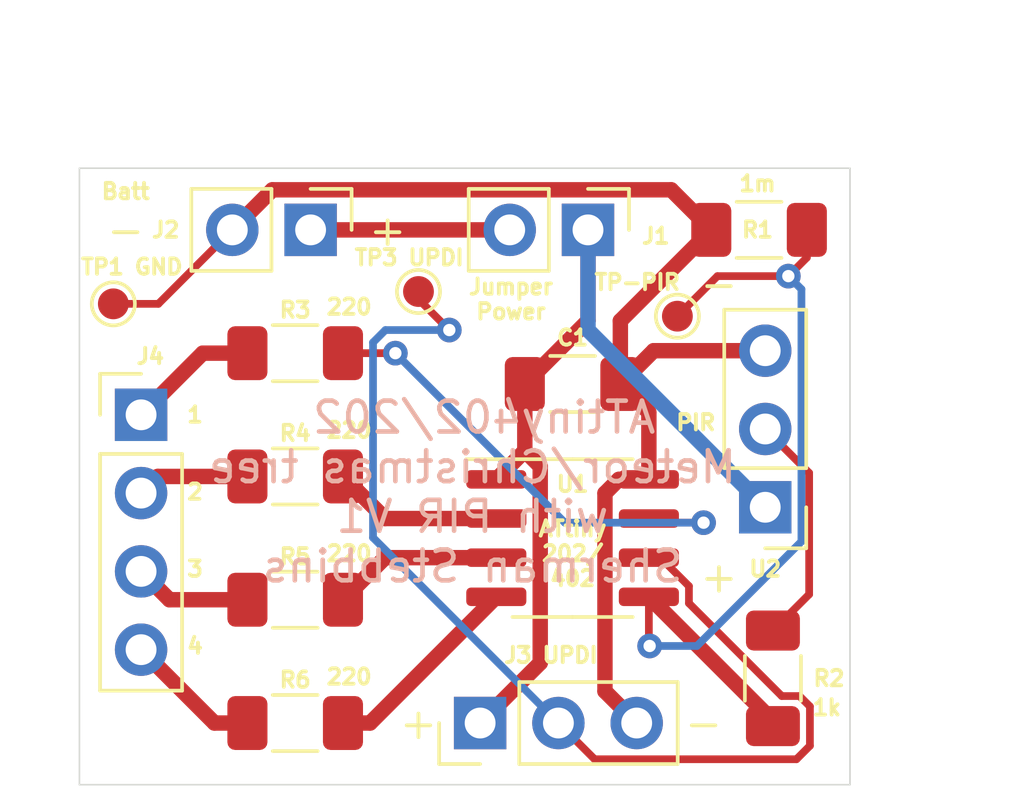
<source format=kicad_pcb>
(kicad_pcb (version 20171130) (host pcbnew "(5.1.12)-1")

  (general
    (thickness 1.6)
    (drawings 27)
    (tracks 80)
    (zones 0)
    (modules 16)
    (nets 15)
  )

  (page A4)
  (layers
    (0 F.Cu signal)
    (31 B.Cu signal)
    (32 B.Adhes user)
    (33 F.Adhes user)
    (34 B.Paste user)
    (35 F.Paste user)
    (36 B.SilkS user)
    (37 F.SilkS user)
    (38 B.Mask user)
    (39 F.Mask user)
    (40 Dwgs.User user)
    (41 Cmts.User user)
    (42 Eco1.User user)
    (43 Eco2.User user)
    (44 Edge.Cuts user)
    (45 Margin user)
    (46 B.CrtYd user)
    (47 F.CrtYd user)
    (48 B.Fab user)
    (49 F.Fab user)
  )

  (setup
    (last_trace_width 0.25)
    (user_trace_width 0.5)
    (trace_clearance 0.2)
    (zone_clearance 0.508)
    (zone_45_only no)
    (trace_min 0.2)
    (via_size 0.8)
    (via_drill 0.4)
    (via_min_size 0.4)
    (via_min_drill 0.3)
    (uvia_size 0.3)
    (uvia_drill 0.1)
    (uvias_allowed no)
    (uvia_min_size 0.2)
    (uvia_min_drill 0.1)
    (edge_width 0.05)
    (segment_width 0.2)
    (pcb_text_width 0.3)
    (pcb_text_size 1.5 1.5)
    (mod_edge_width 0.12)
    (mod_text_size 1 1)
    (mod_text_width 0.15)
    (pad_size 1.524 1.524)
    (pad_drill 0.762)
    (pad_to_mask_clearance 0)
    (aux_axis_origin 0 0)
    (visible_elements 7FFFFFFF)
    (pcbplotparams
      (layerselection 0x010fc_ffffffff)
      (usegerberextensions false)
      (usegerberattributes true)
      (usegerberadvancedattributes true)
      (creategerberjobfile true)
      (excludeedgelayer true)
      (linewidth 0.100000)
      (plotframeref false)
      (viasonmask false)
      (mode 1)
      (useauxorigin false)
      (hpglpennumber 1)
      (hpglpenspeed 20)
      (hpglpendiameter 15.000000)
      (psnegative false)
      (psa4output false)
      (plotreference true)
      (plotvalue true)
      (plotinvisibletext false)
      (padsonsilk false)
      (subtractmaskfromsilk false)
      (outputformat 1)
      (mirror false)
      (drillshape 1)
      (scaleselection 1)
      (outputdirectory ""))
  )

  (net 0 "")
  (net 1 GND)
  (net 2 VCC)
  (net 3 "Net-(J1-Pad2)")
  (net 4 "Net-(J3-Pad2)")
  (net 5 "Net-(J4-Pad4)")
  (net 6 "Net-(J4-Pad3)")
  (net 7 "Net-(J4-Pad2)")
  (net 8 "Net-(J4-Pad1)")
  (net 9 "Net-(R1-Pad1)")
  (net 10 "Net-(R2-Pad1)")
  (net 11 PA3)
  (net 12 PA6)
  (net 13 PA7)
  (net 14 PA1)

  (net_class Default "This is the default net class."
    (clearance 0.2)
    (trace_width 0.25)
    (via_dia 0.8)
    (via_drill 0.4)
    (uvia_dia 0.3)
    (uvia_drill 0.1)
    (add_net GND)
    (add_net "Net-(J1-Pad2)")
    (add_net "Net-(J3-Pad2)")
    (add_net "Net-(J4-Pad1)")
    (add_net "Net-(J4-Pad2)")
    (add_net "Net-(J4-Pad3)")
    (add_net "Net-(J4-Pad4)")
    (add_net "Net-(R1-Pad1)")
    (add_net "Net-(R2-Pad1)")
    (add_net PA1)
    (add_net PA3)
    (add_net PA6)
    (add_net PA7)
    (add_net VCC)
  )

  (module TestPoint:TestPoint_Pad_D1.0mm (layer F.Cu) (tedit 5A0F774F) (tstamp 624E00DA)
    (at 131 84)
    (descr "SMD pad as test Point, diameter 1.0mm")
    (tags "test point SMD pad")
    (path /624E476C)
    (attr virtual)
    (fp_text reference "TP3 UPDI" (at -0.3 -1.1) (layer F.SilkS)
      (effects (font (size 0.5 0.5) (thickness 0.125)))
    )
    (fp_text value TestPoint (at 0 1.55) (layer F.Fab)
      (effects (font (size 1 1) (thickness 0.15)))
    )
    (fp_text user %R (at 0 -1.45) (layer F.Fab)
      (effects (font (size 1 1) (thickness 0.15)))
    )
    (fp_circle (center 0 0) (end 1 0) (layer F.CrtYd) (width 0.05))
    (fp_circle (center 0 0) (end 0 0.7) (layer F.SilkS) (width 0.12))
    (pad 1 smd circle (at 0 0) (size 1 1) (layers F.Cu F.Mask)
      (net 4 "Net-(J3-Pad2)"))
  )

  (module TestPoint:TestPoint_Pad_D1.0mm (layer F.Cu) (tedit 5A0F774F) (tstamp 624E00D2)
    (at 139.4 84.8)
    (descr "SMD pad as test Point, diameter 1.0mm")
    (tags "test point SMD pad")
    (path /624E5028)
    (attr virtual)
    (fp_text reference TP-PIR (at -1.3 -1.1) (layer F.SilkS)
      (effects (font (size 0.5 0.5) (thickness 0.125)))
    )
    (fp_text value TestPoint (at 0 1.55) (layer F.Fab)
      (effects (font (size 1 1) (thickness 0.15)))
    )
    (fp_text user %R (at -2.6 -0.2) (layer F.Fab)
      (effects (font (size 1 1) (thickness 0.15)))
    )
    (fp_circle (center 0 0) (end 1 0) (layer F.CrtYd) (width 0.05))
    (fp_circle (center 0 0) (end 0 0.7) (layer F.SilkS) (width 0.12))
    (pad 1 smd circle (at 0 0) (size 1 1) (layers F.Cu F.Mask)
      (net 9 "Net-(R1-Pad1)"))
  )

  (module TestPoint:TestPoint_Pad_D1.0mm (layer F.Cu) (tedit 5A0F774F) (tstamp 624E01EE)
    (at 121.1 84.4)
    (descr "SMD pad as test Point, diameter 1.0mm")
    (tags "test point SMD pad")
    (path /624E7138)
    (attr virtual)
    (fp_text reference "TP1 GND" (at 0.6 -1.2) (layer F.SilkS)
      (effects (font (size 0.5 0.5) (thickness 0.125)))
    )
    (fp_text value TestPoint (at 0 1.55) (layer F.Fab)
      (effects (font (size 1 1) (thickness 0.15)))
    )
    (fp_text user %R (at 0 -1.45) (layer F.Fab)
      (effects (font (size 1 1) (thickness 0.15)))
    )
    (fp_circle (center 0 0) (end 1 0) (layer F.CrtYd) (width 0.05))
    (fp_circle (center 0 0) (end 0 0.7) (layer F.SilkS) (width 0.12))
    (pad 1 smd circle (at 0 0) (size 1 1) (layers F.Cu F.Mask)
      (net 1 GND))
  )

  (module Connector_PinHeader_2.54mm:PinHeader_1x03_P2.54mm_Vertical (layer F.Cu) (tedit 59FED5CC) (tstamp 624D327D)
    (at 142.25 91 180)
    (descr "Through hole straight pin header, 1x03, 2.54mm pitch, single row")
    (tags "Through hole pin header THT 1x03 2.54mm single row")
    (path /624BB7F4)
    (fp_text reference U2 (at 0 -2) (layer F.SilkS)
      (effects (font (size 0.5 0.5) (thickness 0.125)))
    )
    (fp_text value SC0322-PIR (at 0 7.41) (layer F.Fab)
      (effects (font (size 1 1) (thickness 0.15)))
    )
    (fp_line (start 1.8 -1.8) (end -1.8 -1.8) (layer F.CrtYd) (width 0.05))
    (fp_line (start 1.8 6.85) (end 1.8 -1.8) (layer F.CrtYd) (width 0.05))
    (fp_line (start -1.8 6.85) (end 1.8 6.85) (layer F.CrtYd) (width 0.05))
    (fp_line (start -1.8 -1.8) (end -1.8 6.85) (layer F.CrtYd) (width 0.05))
    (fp_line (start -1.33 -1.33) (end 0 -1.33) (layer F.SilkS) (width 0.12))
    (fp_line (start -1.33 0) (end -1.33 -1.33) (layer F.SilkS) (width 0.12))
    (fp_line (start -1.33 1.27) (end 1.33 1.27) (layer F.SilkS) (width 0.12))
    (fp_line (start 1.33 1.27) (end 1.33 6.41) (layer F.SilkS) (width 0.12))
    (fp_line (start -1.33 1.27) (end -1.33 6.41) (layer F.SilkS) (width 0.12))
    (fp_line (start -1.33 6.41) (end 1.33 6.41) (layer F.SilkS) (width 0.12))
    (fp_line (start -1.27 -0.635) (end -0.635 -1.27) (layer F.Fab) (width 0.1))
    (fp_line (start -1.27 6.35) (end -1.27 -0.635) (layer F.Fab) (width 0.1))
    (fp_line (start 1.27 6.35) (end -1.27 6.35) (layer F.Fab) (width 0.1))
    (fp_line (start 1.27 -1.27) (end 1.27 6.35) (layer F.Fab) (width 0.1))
    (fp_line (start -0.635 -1.27) (end 1.27 -1.27) (layer F.Fab) (width 0.1))
    (fp_text user %R (at 0 2.54 90) (layer F.Fab)
      (effects (font (size 1 1) (thickness 0.15)))
    )
    (pad 3 thru_hole oval (at 0 5.08 180) (size 1.7 1.7) (drill 1) (layers *.Cu *.Mask)
      (net 1 GND))
    (pad 2 thru_hole oval (at 0 2.54 180) (size 1.7 1.7) (drill 1) (layers *.Cu *.Mask)
      (net 10 "Net-(R2-Pad1)"))
    (pad 1 thru_hole rect (at 0 0 180) (size 1.7 1.7) (drill 1) (layers *.Cu *.Mask)
      (net 2 VCC))
    (model ${KISYS3DMOD}/Connector_PinHeader_2.54mm.3dshapes/PinHeader_1x03_P2.54mm_Vertical.wrl
      (at (xyz 0 0 0))
      (scale (xyz 1 1 1))
      (rotate (xyz 0 0 0))
    )
  )

  (module Package_SO:SOIC-8_3.9x4.9mm_P1.27mm (layer F.Cu) (tedit 5D9F72B1) (tstamp 624D3266)
    (at 136 92)
    (descr "SOIC, 8 Pin (JEDEC MS-012AA, https://www.analog.com/media/en/package-pcb-resources/package/pkg_pdf/soic_narrow-r/r_8.pdf), generated with kicad-footprint-generator ipc_gullwing_generator.py")
    (tags "SOIC SO")
    (path /624BA8B7)
    (attr smd)
    (fp_text reference U1 (at 0 -1.75) (layer F.SilkS)
      (effects (font (size 0.5 0.5) (thickness 0.125)))
    )
    (fp_text value ATtiny402-SS (at 0 3.4) (layer F.Fab)
      (effects (font (size 1 1) (thickness 0.15)))
    )
    (fp_line (start 3.7 -2.7) (end -3.7 -2.7) (layer F.CrtYd) (width 0.05))
    (fp_line (start 3.7 2.7) (end 3.7 -2.7) (layer F.CrtYd) (width 0.05))
    (fp_line (start -3.7 2.7) (end 3.7 2.7) (layer F.CrtYd) (width 0.05))
    (fp_line (start -3.7 -2.7) (end -3.7 2.7) (layer F.CrtYd) (width 0.05))
    (fp_line (start -1.95 -1.475) (end -0.975 -2.45) (layer F.Fab) (width 0.1))
    (fp_line (start -1.95 2.45) (end -1.95 -1.475) (layer F.Fab) (width 0.1))
    (fp_line (start 1.95 2.45) (end -1.95 2.45) (layer F.Fab) (width 0.1))
    (fp_line (start 1.95 -2.45) (end 1.95 2.45) (layer F.Fab) (width 0.1))
    (fp_line (start -0.975 -2.45) (end 1.95 -2.45) (layer F.Fab) (width 0.1))
    (fp_line (start 0 -2.56) (end -3.45 -2.56) (layer F.SilkS) (width 0.12))
    (fp_line (start 0 -2.56) (end 1.95 -2.56) (layer F.SilkS) (width 0.12))
    (fp_line (start 0 2.56) (end -1.95 2.56) (layer F.SilkS) (width 0.12))
    (fp_line (start 0 2.56) (end 1.95 2.56) (layer F.SilkS) (width 0.12))
    (fp_text user %R (at 0 0) (layer F.Fab)
      (effects (font (size 0.98 0.98) (thickness 0.15)))
    )
    (pad 8 smd roundrect (at 2.475 -1.905) (size 1.95 0.6) (layers F.Cu F.Paste F.Mask) (roundrect_rratio 0.25)
      (net 1 GND))
    (pad 7 smd roundrect (at 2.475 -0.635) (size 1.95 0.6) (layers F.Cu F.Paste F.Mask) (roundrect_rratio 0.25)
      (net 11 PA3))
    (pad 6 smd roundrect (at 2.475 0.635) (size 1.95 0.6) (layers F.Cu F.Paste F.Mask) (roundrect_rratio 0.25)
      (net 4 "Net-(J3-Pad2)"))
    (pad 5 smd roundrect (at 2.475 1.905) (size 1.95 0.6) (layers F.Cu F.Paste F.Mask) (roundrect_rratio 0.25)
      (net 9 "Net-(R1-Pad1)"))
    (pad 4 smd roundrect (at -2.475 1.905) (size 1.95 0.6) (layers F.Cu F.Paste F.Mask) (roundrect_rratio 0.25)
      (net 14 PA1))
    (pad 3 smd roundrect (at -2.475 0.635) (size 1.95 0.6) (layers F.Cu F.Paste F.Mask) (roundrect_rratio 0.25)
      (net 13 PA7))
    (pad 2 smd roundrect (at -2.475 -0.635) (size 1.95 0.6) (layers F.Cu F.Paste F.Mask) (roundrect_rratio 0.25)
      (net 12 PA6))
    (pad 1 smd roundrect (at -2.475 -1.905) (size 1.95 0.6) (layers F.Cu F.Paste F.Mask) (roundrect_rratio 0.25)
      (net 2 VCC))
    (model ${KISYS3DMOD}/Package_SO.3dshapes/SOIC-8_3.9x4.9mm_P1.27mm.wrl
      (at (xyz 0 0 0))
      (scale (xyz 1 1 1))
      (rotate (xyz 0 0 0))
    )
  )

  (module Resistor_SMD:R_1206_3216Metric_Pad1.30x1.75mm_HandSolder (layer F.Cu) (tedit 5F68FEEE) (tstamp 624D324C)
    (at 127 98)
    (descr "Resistor SMD 1206 (3216 Metric), square (rectangular) end terminal, IPC_7351 nominal with elongated pad for handsoldering. (Body size source: IPC-SM-782 page 72, https://www.pcb-3d.com/wordpress/wp-content/uploads/ipc-sm-782a_amendment_1_and_2.pdf), generated with kicad-footprint-generator")
    (tags "resistor handsolder")
    (path /624BBF17)
    (attr smd)
    (fp_text reference R6 (at 0 -1.4) (layer F.SilkS)
      (effects (font (size 0.5 0.5) (thickness 0.125)))
    )
    (fp_text value 220 (at 0 1.82) (layer F.Fab)
      (effects (font (size 1 1) (thickness 0.15)))
    )
    (fp_line (start 2.45 1.12) (end -2.45 1.12) (layer F.CrtYd) (width 0.05))
    (fp_line (start 2.45 -1.12) (end 2.45 1.12) (layer F.CrtYd) (width 0.05))
    (fp_line (start -2.45 -1.12) (end 2.45 -1.12) (layer F.CrtYd) (width 0.05))
    (fp_line (start -2.45 1.12) (end -2.45 -1.12) (layer F.CrtYd) (width 0.05))
    (fp_line (start -0.727064 0.91) (end 0.727064 0.91) (layer F.SilkS) (width 0.12))
    (fp_line (start -0.727064 -0.91) (end 0.727064 -0.91) (layer F.SilkS) (width 0.12))
    (fp_line (start 1.6 0.8) (end -1.6 0.8) (layer F.Fab) (width 0.1))
    (fp_line (start 1.6 -0.8) (end 1.6 0.8) (layer F.Fab) (width 0.1))
    (fp_line (start -1.6 -0.8) (end 1.6 -0.8) (layer F.Fab) (width 0.1))
    (fp_line (start -1.6 0.8) (end -1.6 -0.8) (layer F.Fab) (width 0.1))
    (fp_text user %R (at 0 0) (layer F.Fab)
      (effects (font (size 0.8 0.8) (thickness 0.12)))
    )
    (pad 2 smd roundrect (at 1.55 0) (size 1.3 1.75) (layers F.Cu F.Paste F.Mask) (roundrect_rratio 0.192308)
      (net 14 PA1))
    (pad 1 smd roundrect (at -1.55 0) (size 1.3 1.75) (layers F.Cu F.Paste F.Mask) (roundrect_rratio 0.192308)
      (net 5 "Net-(J4-Pad4)"))
    (model ${KISYS3DMOD}/Resistor_SMD.3dshapes/R_1206_3216Metric.wrl
      (at (xyz 0 0 0))
      (scale (xyz 1 1 1))
      (rotate (xyz 0 0 0))
    )
  )

  (module Resistor_SMD:R_1206_3216Metric_Pad1.30x1.75mm_HandSolder (layer F.Cu) (tedit 5F68FEEE) (tstamp 624D323B)
    (at 127 94)
    (descr "Resistor SMD 1206 (3216 Metric), square (rectangular) end terminal, IPC_7351 nominal with elongated pad for handsoldering. (Body size source: IPC-SM-782 page 72, https://www.pcb-3d.com/wordpress/wp-content/uploads/ipc-sm-782a_amendment_1_and_2.pdf), generated with kicad-footprint-generator")
    (tags "resistor handsolder")
    (path /624BC96E)
    (attr smd)
    (fp_text reference R5 (at 0 -1.4) (layer F.SilkS)
      (effects (font (size 0.5 0.5) (thickness 0.125)))
    )
    (fp_text value 220 (at 0 1.82) (layer F.Fab)
      (effects (font (size 1 1) (thickness 0.15)))
    )
    (fp_line (start 2.45 1.12) (end -2.45 1.12) (layer F.CrtYd) (width 0.05))
    (fp_line (start 2.45 -1.12) (end 2.45 1.12) (layer F.CrtYd) (width 0.05))
    (fp_line (start -2.45 -1.12) (end 2.45 -1.12) (layer F.CrtYd) (width 0.05))
    (fp_line (start -2.45 1.12) (end -2.45 -1.12) (layer F.CrtYd) (width 0.05))
    (fp_line (start -0.727064 0.91) (end 0.727064 0.91) (layer F.SilkS) (width 0.12))
    (fp_line (start -0.727064 -0.91) (end 0.727064 -0.91) (layer F.SilkS) (width 0.12))
    (fp_line (start 1.6 0.8) (end -1.6 0.8) (layer F.Fab) (width 0.1))
    (fp_line (start 1.6 -0.8) (end 1.6 0.8) (layer F.Fab) (width 0.1))
    (fp_line (start -1.6 -0.8) (end 1.6 -0.8) (layer F.Fab) (width 0.1))
    (fp_line (start -1.6 0.8) (end -1.6 -0.8) (layer F.Fab) (width 0.1))
    (fp_text user %R (at 0 0) (layer F.Fab)
      (effects (font (size 0.8 0.8) (thickness 0.12)))
    )
    (pad 2 smd roundrect (at 1.55 0) (size 1.3 1.75) (layers F.Cu F.Paste F.Mask) (roundrect_rratio 0.192308)
      (net 13 PA7))
    (pad 1 smd roundrect (at -1.55 0) (size 1.3 1.75) (layers F.Cu F.Paste F.Mask) (roundrect_rratio 0.192308)
      (net 6 "Net-(J4-Pad3)"))
    (model ${KISYS3DMOD}/Resistor_SMD.3dshapes/R_1206_3216Metric.wrl
      (at (xyz 0 0 0))
      (scale (xyz 1 1 1))
      (rotate (xyz 0 0 0))
    )
  )

  (module Resistor_SMD:R_1206_3216Metric_Pad1.30x1.75mm_HandSolder (layer F.Cu) (tedit 5F68FEEE) (tstamp 624D322A)
    (at 127 90)
    (descr "Resistor SMD 1206 (3216 Metric), square (rectangular) end terminal, IPC_7351 nominal with elongated pad for handsoldering. (Body size source: IPC-SM-782 page 72, https://www.pcb-3d.com/wordpress/wp-content/uploads/ipc-sm-782a_amendment_1_and_2.pdf), generated with kicad-footprint-generator")
    (tags "resistor handsolder")
    (path /624BCDAB)
    (attr smd)
    (fp_text reference R4 (at 0 -1.4) (layer F.SilkS)
      (effects (font (size 0.5 0.5) (thickness 0.125)))
    )
    (fp_text value 220 (at 0 1.82) (layer F.Fab)
      (effects (font (size 1 1) (thickness 0.15)))
    )
    (fp_line (start 2.45 1.12) (end -2.45 1.12) (layer F.CrtYd) (width 0.05))
    (fp_line (start 2.45 -1.12) (end 2.45 1.12) (layer F.CrtYd) (width 0.05))
    (fp_line (start -2.45 -1.12) (end 2.45 -1.12) (layer F.CrtYd) (width 0.05))
    (fp_line (start -2.45 1.12) (end -2.45 -1.12) (layer F.CrtYd) (width 0.05))
    (fp_line (start -0.727064 0.91) (end 0.727064 0.91) (layer F.SilkS) (width 0.12))
    (fp_line (start -0.727064 -0.91) (end 0.727064 -0.91) (layer F.SilkS) (width 0.12))
    (fp_line (start 1.6 0.8) (end -1.6 0.8) (layer F.Fab) (width 0.1))
    (fp_line (start 1.6 -0.8) (end 1.6 0.8) (layer F.Fab) (width 0.1))
    (fp_line (start -1.6 -0.8) (end 1.6 -0.8) (layer F.Fab) (width 0.1))
    (fp_line (start -1.6 0.8) (end -1.6 -0.8) (layer F.Fab) (width 0.1))
    (fp_text user %R (at 0 0) (layer F.Fab)
      (effects (font (size 0.8 0.8) (thickness 0.12)))
    )
    (pad 2 smd roundrect (at 1.55 0) (size 1.3 1.75) (layers F.Cu F.Paste F.Mask) (roundrect_rratio 0.192308)
      (net 12 PA6))
    (pad 1 smd roundrect (at -1.55 0) (size 1.3 1.75) (layers F.Cu F.Paste F.Mask) (roundrect_rratio 0.192308)
      (net 7 "Net-(J4-Pad2)"))
    (model ${KISYS3DMOD}/Resistor_SMD.3dshapes/R_1206_3216Metric.wrl
      (at (xyz 0 0 0))
      (scale (xyz 1 1 1))
      (rotate (xyz 0 0 0))
    )
  )

  (module Resistor_SMD:R_1206_3216Metric_Pad1.30x1.75mm_HandSolder (layer F.Cu) (tedit 5F68FEEE) (tstamp 624D3219)
    (at 127 86)
    (descr "Resistor SMD 1206 (3216 Metric), square (rectangular) end terminal, IPC_7351 nominal with elongated pad for handsoldering. (Body size source: IPC-SM-782 page 72, https://www.pcb-3d.com/wordpress/wp-content/uploads/ipc-sm-782a_amendment_1_and_2.pdf), generated with kicad-footprint-generator")
    (tags "resistor handsolder")
    (path /624BD25B)
    (attr smd)
    (fp_text reference R3 (at 0 -1.4) (layer F.SilkS)
      (effects (font (size 0.5 0.5) (thickness 0.125)))
    )
    (fp_text value 220 (at 0 1.82) (layer F.Fab)
      (effects (font (size 1 1) (thickness 0.15)))
    )
    (fp_line (start 2.45 1.12) (end -2.45 1.12) (layer F.CrtYd) (width 0.05))
    (fp_line (start 2.45 -1.12) (end 2.45 1.12) (layer F.CrtYd) (width 0.05))
    (fp_line (start -2.45 -1.12) (end 2.45 -1.12) (layer F.CrtYd) (width 0.05))
    (fp_line (start -2.45 1.12) (end -2.45 -1.12) (layer F.CrtYd) (width 0.05))
    (fp_line (start -0.727064 0.91) (end 0.727064 0.91) (layer F.SilkS) (width 0.12))
    (fp_line (start -0.727064 -0.91) (end 0.727064 -0.91) (layer F.SilkS) (width 0.12))
    (fp_line (start 1.6 0.8) (end -1.6 0.8) (layer F.Fab) (width 0.1))
    (fp_line (start 1.6 -0.8) (end 1.6 0.8) (layer F.Fab) (width 0.1))
    (fp_line (start -1.6 -0.8) (end 1.6 -0.8) (layer F.Fab) (width 0.1))
    (fp_line (start -1.6 0.8) (end -1.6 -0.8) (layer F.Fab) (width 0.1))
    (fp_text user %R (at 0 0) (layer F.Fab)
      (effects (font (size 0.8 0.8) (thickness 0.12)))
    )
    (pad 2 smd roundrect (at 1.55 0) (size 1.3 1.75) (layers F.Cu F.Paste F.Mask) (roundrect_rratio 0.192308)
      (net 11 PA3))
    (pad 1 smd roundrect (at -1.55 0) (size 1.3 1.75) (layers F.Cu F.Paste F.Mask) (roundrect_rratio 0.192308)
      (net 8 "Net-(J4-Pad1)"))
    (model ${KISYS3DMOD}/Resistor_SMD.3dshapes/R_1206_3216Metric.wrl
      (at (xyz 0 0 0))
      (scale (xyz 1 1 1))
      (rotate (xyz 0 0 0))
    )
  )

  (module Resistor_SMD:R_1206_3216Metric_Pad1.30x1.75mm_HandSolder (layer F.Cu) (tedit 5F68FEEE) (tstamp 624D3208)
    (at 142.5 96.55 270)
    (descr "Resistor SMD 1206 (3216 Metric), square (rectangular) end terminal, IPC_7351 nominal with elongated pad for handsoldering. (Body size source: IPC-SM-782 page 72, https://www.pcb-3d.com/wordpress/wp-content/uploads/ipc-sm-782a_amendment_1_and_2.pdf), generated with kicad-footprint-generator")
    (tags "resistor handsolder")
    (path /624BC252)
    (attr smd)
    (fp_text reference R2 (at 0 -1.82 180) (layer F.SilkS)
      (effects (font (size 0.5 0.5) (thickness 0.125)))
    )
    (fp_text value 1k (at 0 1.82 90) (layer F.Fab)
      (effects (font (size 1 1) (thickness 0.15)))
    )
    (fp_line (start 2.45 1.12) (end -2.45 1.12) (layer F.CrtYd) (width 0.05))
    (fp_line (start 2.45 -1.12) (end 2.45 1.12) (layer F.CrtYd) (width 0.05))
    (fp_line (start -2.45 -1.12) (end 2.45 -1.12) (layer F.CrtYd) (width 0.05))
    (fp_line (start -2.45 1.12) (end -2.45 -1.12) (layer F.CrtYd) (width 0.05))
    (fp_line (start -0.727064 0.91) (end 0.727064 0.91) (layer F.SilkS) (width 0.12))
    (fp_line (start -0.727064 -0.91) (end 0.727064 -0.91) (layer F.SilkS) (width 0.12))
    (fp_line (start 1.6 0.8) (end -1.6 0.8) (layer F.Fab) (width 0.1))
    (fp_line (start 1.6 -0.8) (end 1.6 0.8) (layer F.Fab) (width 0.1))
    (fp_line (start -1.6 -0.8) (end 1.6 -0.8) (layer F.Fab) (width 0.1))
    (fp_line (start -1.6 0.8) (end -1.6 -0.8) (layer F.Fab) (width 0.1))
    (fp_text user %R (at 0 0 90) (layer F.Fab)
      (effects (font (size 0.8 0.8) (thickness 0.12)))
    )
    (pad 2 smd roundrect (at 1.55 0 270) (size 1.3 1.75) (layers F.Cu F.Paste F.Mask) (roundrect_rratio 0.192308)
      (net 9 "Net-(R1-Pad1)"))
    (pad 1 smd roundrect (at -1.55 0 270) (size 1.3 1.75) (layers F.Cu F.Paste F.Mask) (roundrect_rratio 0.192308)
      (net 10 "Net-(R2-Pad1)"))
    (model ${KISYS3DMOD}/Resistor_SMD.3dshapes/R_1206_3216Metric.wrl
      (at (xyz 0 0 0))
      (scale (xyz 1 1 1))
      (rotate (xyz 0 0 0))
    )
  )

  (module Resistor_SMD:R_1206_3216Metric_Pad1.30x1.75mm_HandSolder (layer F.Cu) (tedit 5F68FEEE) (tstamp 624D31F7)
    (at 142.05 82 180)
    (descr "Resistor SMD 1206 (3216 Metric), square (rectangular) end terminal, IPC_7351 nominal with elongated pad for handsoldering. (Body size source: IPC-SM-782 page 72, https://www.pcb-3d.com/wordpress/wp-content/uploads/ipc-sm-782a_amendment_1_and_2.pdf), generated with kicad-footprint-generator")
    (tags "resistor handsolder")
    (path /624BC6AE)
    (attr smd)
    (fp_text reference R1 (at 0.05 0) (layer F.SilkS)
      (effects (font (size 0.5 0.5) (thickness 0.125)))
    )
    (fp_text value 1m (at 0 1.82) (layer F.Fab)
      (effects (font (size 1 1) (thickness 0.15)))
    )
    (fp_line (start 2.45 1.12) (end -2.45 1.12) (layer F.CrtYd) (width 0.05))
    (fp_line (start 2.45 -1.12) (end 2.45 1.12) (layer F.CrtYd) (width 0.05))
    (fp_line (start -2.45 -1.12) (end 2.45 -1.12) (layer F.CrtYd) (width 0.05))
    (fp_line (start -2.45 1.12) (end -2.45 -1.12) (layer F.CrtYd) (width 0.05))
    (fp_line (start -0.727064 0.91) (end 0.727064 0.91) (layer F.SilkS) (width 0.12))
    (fp_line (start -0.727064 -0.91) (end 0.727064 -0.91) (layer F.SilkS) (width 0.12))
    (fp_line (start 1.6 0.8) (end -1.6 0.8) (layer F.Fab) (width 0.1))
    (fp_line (start 1.6 -0.8) (end 1.6 0.8) (layer F.Fab) (width 0.1))
    (fp_line (start -1.6 -0.8) (end 1.6 -0.8) (layer F.Fab) (width 0.1))
    (fp_line (start -1.6 0.8) (end -1.6 -0.8) (layer F.Fab) (width 0.1))
    (fp_text user %R (at 0 0) (layer F.Fab)
      (effects (font (size 0.8 0.8) (thickness 0.12)))
    )
    (pad 2 smd roundrect (at 1.55 0 180) (size 1.3 1.75) (layers F.Cu F.Paste F.Mask) (roundrect_rratio 0.192308)
      (net 1 GND))
    (pad 1 smd roundrect (at -1.55 0 180) (size 1.3 1.75) (layers F.Cu F.Paste F.Mask) (roundrect_rratio 0.192308)
      (net 9 "Net-(R1-Pad1)"))
    (model ${KISYS3DMOD}/Resistor_SMD.3dshapes/R_1206_3216Metric.wrl
      (at (xyz 0 0 0))
      (scale (xyz 1 1 1))
      (rotate (xyz 0 0 0))
    )
  )

  (module Connector_PinHeader_2.54mm:PinHeader_1x04_P2.54mm_Vertical (layer F.Cu) (tedit 59FED5CC) (tstamp 624D31E6)
    (at 122 88)
    (descr "Through hole straight pin header, 1x04, 2.54mm pitch, single row")
    (tags "Through hole pin header THT 1x04 2.54mm single row")
    (path /624BF75E)
    (fp_text reference J4 (at 0.3 -1.9) (layer F.SilkS)
      (effects (font (size 0.5 0.5) (thickness 0.125)))
    )
    (fp_text value CONN-LEDs (at 0 9.95) (layer F.Fab)
      (effects (font (size 1 1) (thickness 0.15)))
    )
    (fp_line (start 1.8 -1.8) (end -1.8 -1.8) (layer F.CrtYd) (width 0.05))
    (fp_line (start 1.8 9.4) (end 1.8 -1.8) (layer F.CrtYd) (width 0.05))
    (fp_line (start -1.8 9.4) (end 1.8 9.4) (layer F.CrtYd) (width 0.05))
    (fp_line (start -1.8 -1.8) (end -1.8 9.4) (layer F.CrtYd) (width 0.05))
    (fp_line (start -1.33 -1.33) (end 0 -1.33) (layer F.SilkS) (width 0.12))
    (fp_line (start -1.33 0) (end -1.33 -1.33) (layer F.SilkS) (width 0.12))
    (fp_line (start -1.33 1.27) (end 1.33 1.27) (layer F.SilkS) (width 0.12))
    (fp_line (start 1.33 1.27) (end 1.33 8.95) (layer F.SilkS) (width 0.12))
    (fp_line (start -1.33 1.27) (end -1.33 8.95) (layer F.SilkS) (width 0.12))
    (fp_line (start -1.33 8.95) (end 1.33 8.95) (layer F.SilkS) (width 0.12))
    (fp_line (start -1.27 -0.635) (end -0.635 -1.27) (layer F.Fab) (width 0.1))
    (fp_line (start -1.27 8.89) (end -1.27 -0.635) (layer F.Fab) (width 0.1))
    (fp_line (start 1.27 8.89) (end -1.27 8.89) (layer F.Fab) (width 0.1))
    (fp_line (start 1.27 -1.27) (end 1.27 8.89) (layer F.Fab) (width 0.1))
    (fp_line (start -0.635 -1.27) (end 1.27 -1.27) (layer F.Fab) (width 0.1))
    (fp_text user %R (at 0 3.81 90) (layer F.Fab)
      (effects (font (size 1 1) (thickness 0.15)))
    )
    (pad 4 thru_hole oval (at 0 7.62) (size 1.7 1.7) (drill 1) (layers *.Cu *.Mask)
      (net 5 "Net-(J4-Pad4)"))
    (pad 3 thru_hole oval (at 0 5.08) (size 1.7 1.7) (drill 1) (layers *.Cu *.Mask)
      (net 6 "Net-(J4-Pad3)"))
    (pad 2 thru_hole oval (at 0 2.54) (size 1.7 1.7) (drill 1) (layers *.Cu *.Mask)
      (net 7 "Net-(J4-Pad2)"))
    (pad 1 thru_hole rect (at 0 0) (size 1.7 1.7) (drill 1) (layers *.Cu *.Mask)
      (net 8 "Net-(J4-Pad1)"))
    (model ${KISYS3DMOD}/Connector_PinHeader_2.54mm.3dshapes/PinHeader_1x04_P2.54mm_Vertical.wrl
      (at (xyz 0 0 0))
      (scale (xyz 1 1 1))
      (rotate (xyz 0 0 0))
    )
  )

  (module Connector_PinHeader_2.54mm:PinHeader_1x03_P2.54mm_Vertical (layer F.Cu) (tedit 59FED5CC) (tstamp 624D31CE)
    (at 133 98 90)
    (descr "Through hole straight pin header, 1x03, 2.54mm pitch, single row")
    (tags "Through hole pin header THT 1x03 2.54mm single row")
    (path /624BD675)
    (fp_text reference "J3 UPDI" (at 2.2 2.3 180) (layer F.SilkS)
      (effects (font (size 0.5 0.5) (thickness 0.125)))
    )
    (fp_text value UPDI (at 0 7.41 90) (layer F.Fab)
      (effects (font (size 1 1) (thickness 0.15)))
    )
    (fp_line (start 1.8 -1.8) (end -1.8 -1.8) (layer F.CrtYd) (width 0.05))
    (fp_line (start 1.8 6.85) (end 1.8 -1.8) (layer F.CrtYd) (width 0.05))
    (fp_line (start -1.8 6.85) (end 1.8 6.85) (layer F.CrtYd) (width 0.05))
    (fp_line (start -1.8 -1.8) (end -1.8 6.85) (layer F.CrtYd) (width 0.05))
    (fp_line (start -1.33 -1.33) (end 0 -1.33) (layer F.SilkS) (width 0.12))
    (fp_line (start -1.33 0) (end -1.33 -1.33) (layer F.SilkS) (width 0.12))
    (fp_line (start -1.33 1.27) (end 1.33 1.27) (layer F.SilkS) (width 0.12))
    (fp_line (start 1.33 1.27) (end 1.33 6.41) (layer F.SilkS) (width 0.12))
    (fp_line (start -1.33 1.27) (end -1.33 6.41) (layer F.SilkS) (width 0.12))
    (fp_line (start -1.33 6.41) (end 1.33 6.41) (layer F.SilkS) (width 0.12))
    (fp_line (start -1.27 -0.635) (end -0.635 -1.27) (layer F.Fab) (width 0.1))
    (fp_line (start -1.27 6.35) (end -1.27 -0.635) (layer F.Fab) (width 0.1))
    (fp_line (start 1.27 6.35) (end -1.27 6.35) (layer F.Fab) (width 0.1))
    (fp_line (start 1.27 -1.27) (end 1.27 6.35) (layer F.Fab) (width 0.1))
    (fp_line (start -0.635 -1.27) (end 1.27 -1.27) (layer F.Fab) (width 0.1))
    (fp_text user %R (at 0 2.54) (layer F.Fab)
      (effects (font (size 1 1) (thickness 0.15)))
    )
    (pad 3 thru_hole oval (at 0 5.08 90) (size 1.7 1.7) (drill 1) (layers *.Cu *.Mask)
      (net 1 GND))
    (pad 2 thru_hole oval (at 0 2.54 90) (size 1.7 1.7) (drill 1) (layers *.Cu *.Mask)
      (net 4 "Net-(J3-Pad2)"))
    (pad 1 thru_hole rect (at 0 0 90) (size 1.7 1.7) (drill 1) (layers *.Cu *.Mask)
      (net 2 VCC))
    (model ${KISYS3DMOD}/Connector_PinHeader_2.54mm.3dshapes/PinHeader_1x03_P2.54mm_Vertical.wrl
      (at (xyz 0 0 0))
      (scale (xyz 1 1 1))
      (rotate (xyz 0 0 0))
    )
  )

  (module Connector_PinHeader_2.54mm:PinHeader_1x02_P2.54mm_Vertical (layer F.Cu) (tedit 59FED5CC) (tstamp 624D31B7)
    (at 127.5 82 270)
    (descr "Through hole straight pin header, 1x02, 2.54mm pitch, single row")
    (tags "Through hole pin header THT 1x02 2.54mm single row")
    (path /624C2F9F)
    (fp_text reference J2 (at 0 4.7 180) (layer F.SilkS)
      (effects (font (size 0.5 0.5) (thickness 0.125)))
    )
    (fp_text value Battery (at 0 4.87 90) (layer F.Fab)
      (effects (font (size 1 1) (thickness 0.15)))
    )
    (fp_line (start 1.8 -1.8) (end -1.8 -1.8) (layer F.CrtYd) (width 0.05))
    (fp_line (start 1.8 4.35) (end 1.8 -1.8) (layer F.CrtYd) (width 0.05))
    (fp_line (start -1.8 4.35) (end 1.8 4.35) (layer F.CrtYd) (width 0.05))
    (fp_line (start -1.8 -1.8) (end -1.8 4.35) (layer F.CrtYd) (width 0.05))
    (fp_line (start -1.33 -1.33) (end 0 -1.33) (layer F.SilkS) (width 0.12))
    (fp_line (start -1.33 0) (end -1.33 -1.33) (layer F.SilkS) (width 0.12))
    (fp_line (start -1.33 1.27) (end 1.33 1.27) (layer F.SilkS) (width 0.12))
    (fp_line (start 1.33 1.27) (end 1.33 3.87) (layer F.SilkS) (width 0.12))
    (fp_line (start -1.33 1.27) (end -1.33 3.87) (layer F.SilkS) (width 0.12))
    (fp_line (start -1.33 3.87) (end 1.33 3.87) (layer F.SilkS) (width 0.12))
    (fp_line (start -1.27 -0.635) (end -0.635 -1.27) (layer F.Fab) (width 0.1))
    (fp_line (start -1.27 3.81) (end -1.27 -0.635) (layer F.Fab) (width 0.1))
    (fp_line (start 1.27 3.81) (end -1.27 3.81) (layer F.Fab) (width 0.1))
    (fp_line (start 1.27 -1.27) (end 1.27 3.81) (layer F.Fab) (width 0.1))
    (fp_line (start -0.635 -1.27) (end 1.27 -1.27) (layer F.Fab) (width 0.1))
    (fp_text user %R (at 0 1.27) (layer F.Fab)
      (effects (font (size 1 1) (thickness 0.15)))
    )
    (pad 2 thru_hole oval (at 0 2.54 270) (size 1.7 1.7) (drill 1) (layers *.Cu *.Mask)
      (net 1 GND))
    (pad 1 thru_hole rect (at 0 0 270) (size 1.7 1.7) (drill 1) (layers *.Cu *.Mask)
      (net 3 "Net-(J1-Pad2)"))
    (model ${KISYS3DMOD}/Connector_PinHeader_2.54mm.3dshapes/PinHeader_1x02_P2.54mm_Vertical.wrl
      (at (xyz 0 0 0))
      (scale (xyz 1 1 1))
      (rotate (xyz 0 0 0))
    )
  )

  (module Connector_PinHeader_2.54mm:PinHeader_1x02_P2.54mm_Vertical (layer F.Cu) (tedit 59FED5CC) (tstamp 624D31A1)
    (at 136.5 82 270)
    (descr "Through hole straight pin header, 1x02, 2.54mm pitch, single row")
    (tags "Through hole pin header THT 1x02 2.54mm single row")
    (path /624C192A)
    (fp_text reference J1 (at 0.2 -2.2 180) (layer F.SilkS)
      (effects (font (size 0.5 0.5) (thickness 0.125)))
    )
    (fp_text value Battery-Disconnect (at 0 4.87 90) (layer F.Fab)
      (effects (font (size 1 1) (thickness 0.15)))
    )
    (fp_line (start 1.8 -1.8) (end -1.8 -1.8) (layer F.CrtYd) (width 0.05))
    (fp_line (start 1.8 4.35) (end 1.8 -1.8) (layer F.CrtYd) (width 0.05))
    (fp_line (start -1.8 4.35) (end 1.8 4.35) (layer F.CrtYd) (width 0.05))
    (fp_line (start -1.8 -1.8) (end -1.8 4.35) (layer F.CrtYd) (width 0.05))
    (fp_line (start -1.33 -1.33) (end 0 -1.33) (layer F.SilkS) (width 0.12))
    (fp_line (start -1.33 0) (end -1.33 -1.33) (layer F.SilkS) (width 0.12))
    (fp_line (start -1.33 1.27) (end 1.33 1.27) (layer F.SilkS) (width 0.12))
    (fp_line (start 1.33 1.27) (end 1.33 3.87) (layer F.SilkS) (width 0.12))
    (fp_line (start -1.33 1.27) (end -1.33 3.87) (layer F.SilkS) (width 0.12))
    (fp_line (start -1.33 3.87) (end 1.33 3.87) (layer F.SilkS) (width 0.12))
    (fp_line (start -1.27 -0.635) (end -0.635 -1.27) (layer F.Fab) (width 0.1))
    (fp_line (start -1.27 3.81) (end -1.27 -0.635) (layer F.Fab) (width 0.1))
    (fp_line (start 1.27 3.81) (end -1.27 3.81) (layer F.Fab) (width 0.1))
    (fp_line (start 1.27 -1.27) (end 1.27 3.81) (layer F.Fab) (width 0.1))
    (fp_line (start -0.635 -1.27) (end 1.27 -1.27) (layer F.Fab) (width 0.1))
    (fp_text user %R (at 0 1.27) (layer F.Fab)
      (effects (font (size 1 1) (thickness 0.15)))
    )
    (pad 2 thru_hole oval (at 0 2.54 270) (size 1.7 1.7) (drill 1) (layers *.Cu *.Mask)
      (net 3 "Net-(J1-Pad2)"))
    (pad 1 thru_hole rect (at 0 0 270) (size 1.7 1.7) (drill 1) (layers *.Cu *.Mask)
      (net 2 VCC))
    (model ${KISYS3DMOD}/Connector_PinHeader_2.54mm.3dshapes/PinHeader_1x02_P2.54mm_Vertical.wrl
      (at (xyz 0 0 0))
      (scale (xyz 1 1 1))
      (rotate (xyz 0 0 0))
    )
  )

  (module Resistor_SMD:R_1206_3216Metric_Pad1.30x1.75mm_HandSolder (layer F.Cu) (tedit 5F68FEEE) (tstamp 624D318B)
    (at 136 87)
    (descr "Resistor SMD 1206 (3216 Metric), square (rectangular) end terminal, IPC_7351 nominal with elongated pad for handsoldering. (Body size source: IPC-SM-782 page 72, https://www.pcb-3d.com/wordpress/wp-content/uploads/ipc-sm-782a_amendment_1_and_2.pdf), generated with kicad-footprint-generator")
    (tags "resistor handsolder")
    (path /624D29E1)
    (attr smd)
    (fp_text reference C1 (at 0 -1.5) (layer F.SilkS)
      (effects (font (size 0.5 0.5) (thickness 0.125)))
    )
    (fp_text value C (at 0 1.82) (layer F.Fab)
      (effects (font (size 1 1) (thickness 0.15)))
    )
    (fp_line (start 2.45 1.12) (end -2.45 1.12) (layer F.CrtYd) (width 0.05))
    (fp_line (start 2.45 -1.12) (end 2.45 1.12) (layer F.CrtYd) (width 0.05))
    (fp_line (start -2.45 -1.12) (end 2.45 -1.12) (layer F.CrtYd) (width 0.05))
    (fp_line (start -2.45 1.12) (end -2.45 -1.12) (layer F.CrtYd) (width 0.05))
    (fp_line (start -0.727064 0.91) (end 0.727064 0.91) (layer F.SilkS) (width 0.12))
    (fp_line (start -0.727064 -0.91) (end 0.727064 -0.91) (layer F.SilkS) (width 0.12))
    (fp_line (start 1.6 0.8) (end -1.6 0.8) (layer F.Fab) (width 0.1))
    (fp_line (start 1.6 -0.8) (end 1.6 0.8) (layer F.Fab) (width 0.1))
    (fp_line (start -1.6 -0.8) (end 1.6 -0.8) (layer F.Fab) (width 0.1))
    (fp_line (start -1.6 0.8) (end -1.6 -0.8) (layer F.Fab) (width 0.1))
    (fp_text user %R (at 0 0) (layer F.Fab)
      (effects (font (size 0.8 0.8) (thickness 0.12)))
    )
    (pad 2 smd roundrect (at 1.55 0) (size 1.3 1.75) (layers F.Cu F.Paste F.Mask) (roundrect_rratio 0.192308)
      (net 1 GND))
    (pad 1 smd roundrect (at -1.55 0) (size 1.3 1.75) (layers F.Cu F.Paste F.Mask) (roundrect_rratio 0.192308)
      (net 2 VCC))
    (model ${KISYS3DMOD}/Resistor_SMD.3dshapes/R_1206_3216Metric.wrl
      (at (xyz 0 0 0))
      (scale (xyz 1 1 1))
      (rotate (xyz 0 0 0))
    )
  )

  (gr_text 2 (at 123.75 90.5) (layer F.SilkS) (tstamp 624D41F9)
    (effects (font (size 0.5 0.5) (thickness 0.125)))
  )
  (gr_text 1 (at 123.75 88) (layer F.SilkS) (tstamp 624D41F8)
    (effects (font (size 0.5 0.5) (thickness 0.125)))
  )
  (gr_text 4 (at 123.75 95.5) (layer F.SilkS) (tstamp 624D41EF)
    (effects (font (size 0.5 0.5) (thickness 0.125)))
  )
  (gr_text 3 (at 123.75 93) (layer F.SilkS) (tstamp 624D41EF)
    (effects (font (size 0.5 0.5) (thickness 0.125)))
  )
  (gr_text + (at 131 98) (layer F.SilkS) (tstamp 624D3EBB)
    (effects (font (size 1 1) (thickness 0.125)))
  )
  (gr_text - (at 140.25 98) (layer F.SilkS) (tstamp 624D3EBB)
    (effects (font (size 1 1) (thickness 0.125)))
  )
  (gr_text + (at 140.75 93.25) (layer F.SilkS) (tstamp 624D3EBB)
    (effects (font (size 1 1) (thickness 0.125)))
  )
  (gr_text - (at 140.75 83.75) (layer F.SilkS) (tstamp 624D3EBB)
    (effects (font (size 1 1) (thickness 0.125)))
  )
  (gr_text PIR (at 140 88.25) (layer F.SilkS) (tstamp 624D3E18)
    (effects (font (size 0.5 0.5) (thickness 0.125)))
  )
  (gr_text + (at 130 82) (layer F.SilkS) (tstamp 624D3E18)
    (effects (font (size 1 1) (thickness 0.125)))
  )
  (gr_text - (at 121.5 82) (layer F.SilkS) (tstamp 624D3E18)
    (effects (font (size 1 1) (thickness 0.125)))
  )
  (gr_text Batt (at 121.5 80.75) (layer F.SilkS) (tstamp 624D3E18)
    (effects (font (size 0.5 0.5) (thickness 0.125)))
  )
  (gr_text "Jumper\nPower" (at 134 84.25) (layer F.SilkS) (tstamp 624D3E18)
    (effects (font (size 0.5 0.5) (thickness 0.125)))
  )
  (gr_text "ATtiny\n202/\n402" (at 136 92.5) (layer F.SilkS) (tstamp 624D3E18)
    (effects (font (size 0.5 0.5) (thickness 0.125)))
  )
  (gr_text 1k (at 144.25 97.5) (layer F.SilkS) (tstamp 624D3E18)
    (effects (font (size 0.5 0.5) (thickness 0.125)))
  )
  (gr_text 220 (at 128.75 84.5) (layer F.SilkS) (tstamp 624D3E18)
    (effects (font (size 0.5 0.5) (thickness 0.125)))
  )
  (gr_text 220 (at 128.75 88.5) (layer F.SilkS) (tstamp 624D3E18)
    (effects (font (size 0.5 0.5) (thickness 0.125)))
  )
  (gr_text 220 (at 128.75 92.5) (layer F.SilkS) (tstamp 624D3E18)
    (effects (font (size 0.5 0.5) (thickness 0.125)))
  )
  (gr_text 220 (at 128.75 96.5) (layer F.SilkS) (tstamp 624D3E04)
    (effects (font (size 0.5 0.5) (thickness 0.125)))
  )
  (gr_text 1m (at 142 80.5) (layer F.SilkS)
    (effects (font (size 0.5 0.5) (thickness 0.125)))
  )
  (gr_text "ATtiny402/202 \nMeteor/Christmas tree\nwith PIR V1\nSherman Stebbins" (at 132.75 90.5) (layer B.SilkS)
    (effects (font (size 1 1) (thickness 0.15)) (justify mirror))
  )
  (dimension 20 (width 0.15) (layer Dwgs.User)
    (gr_text "20.000 mm" (at 149.3 90 270) (layer Dwgs.User)
      (effects (font (size 1 1) (thickness 0.15)))
    )
    (feature1 (pts (xy 145 100) (xy 148.586421 100)))
    (feature2 (pts (xy 145 80) (xy 148.586421 80)))
    (crossbar (pts (xy 148 80) (xy 148 100)))
    (arrow1a (pts (xy 148 100) (xy 147.413579 98.873496)))
    (arrow1b (pts (xy 148 100) (xy 148.586421 98.873496)))
    (arrow2a (pts (xy 148 80) (xy 147.413579 81.126504)))
    (arrow2b (pts (xy 148 80) (xy 148.586421 81.126504)))
  )
  (dimension 25 (width 0.15) (layer Dwgs.User)
    (gr_text "25.000 mm" (at 132.5 76.7) (layer Dwgs.User)
      (effects (font (size 1 1) (thickness 0.15)))
    )
    (feature1 (pts (xy 145 80) (xy 145 77.413579)))
    (feature2 (pts (xy 120 80) (xy 120 77.413579)))
    (crossbar (pts (xy 120 78) (xy 145 78)))
    (arrow1a (pts (xy 145 78) (xy 143.873496 78.586421)))
    (arrow1b (pts (xy 145 78) (xy 143.873496 77.413579)))
    (arrow2a (pts (xy 120 78) (xy 121.126504 78.586421)))
    (arrow2b (pts (xy 120 78) (xy 121.126504 77.413579)))
  )
  (gr_line (start 145 100) (end 120 100) (layer Edge.Cuts) (width 0.05) (tstamp 624D3658))
  (gr_line (start 145 80) (end 145 100) (layer Edge.Cuts) (width 0.05))
  (gr_line (start 120 80) (end 145 80) (layer Edge.Cuts) (width 0.05))
  (gr_line (start 120 100) (end 120 80) (layer Edge.Cuts) (width 0.05))

  (via (at 132 85.25) (size 0.8) (drill 0.4) (layers F.Cu B.Cu) (net 4))
  (segment (start 138.475 87.925) (end 137.55 87) (width 0.5) (layer F.Cu) (net 1))
  (segment (start 138.475 90.095) (end 138.475 87.925) (width 0.5) (layer F.Cu) (net 1))
  (segment (start 137.55 84.95) (end 140.5 82) (width 0.5) (layer F.Cu) (net 1))
  (segment (start 137.55 87) (end 137.55 84.95) (width 0.5) (layer F.Cu) (net 1))
  (segment (start 137.04999 96.96999) (end 138.08 98) (width 0.5) (layer F.Cu) (net 1))
  (segment (start 137.04999 90.54501) (end 137.04999 96.96999) (width 0.5) (layer F.Cu) (net 1))
  (segment (start 137.5 90.095) (end 137.04999 90.54501) (width 0.5) (layer F.Cu) (net 1))
  (segment (start 138.475 90.095) (end 137.5 90.095) (width 0.5) (layer F.Cu) (net 1))
  (segment (start 139.199999 80.699999) (end 140.5 82) (width 0.5) (layer F.Cu) (net 1))
  (segment (start 126.260001 80.699999) (end 139.199999 80.699999) (width 0.5) (layer F.Cu) (net 1))
  (segment (start 124.96 82) (end 126.260001 80.699999) (width 0.5) (layer F.Cu) (net 1))
  (segment (start 138.63 85.92) (end 137.55 87) (width 0.5) (layer F.Cu) (net 1))
  (segment (start 142.25 85.92) (end 138.63 85.92) (width 0.5) (layer F.Cu) (net 1))
  (segment (start 122.56 84.4) (end 124.96 82) (width 0.25) (layer F.Cu) (net 1))
  (segment (start 121.1 84.4) (end 122.56 84.4) (width 0.25) (layer F.Cu) (net 1))
  (segment (start 136.5 84.95) (end 134.45 87) (width 0.5) (layer F.Cu) (net 2))
  (segment (start 136.5 82) (end 136.5 84.95) (width 0.5) (layer F.Cu) (net 2))
  (segment (start 134.45 89.17) (end 133.525 90.095) (width 0.5) (layer F.Cu) (net 2))
  (segment (start 134.45 87) (end 134.45 89.17) (width 0.5) (layer F.Cu) (net 2))
  (segment (start 134.95001 89.67001) (end 134.45 89.17) (width 0.5) (layer F.Cu) (net 2))
  (segment (start 134.95001 96.04999) (end 134.95001 89.67001) (width 0.5) (layer F.Cu) (net 2))
  (segment (start 133 98) (end 134.95001 96.04999) (width 0.5) (layer F.Cu) (net 2))
  (segment (start 136.5 85.25) (end 142.25 91) (width 0.5) (layer B.Cu) (net 2))
  (segment (start 136.5 82) (end 136.5 85.25) (width 0.5) (layer B.Cu) (net 2))
  (segment (start 133.96 82) (end 127.5 82) (width 0.5) (layer F.Cu) (net 3))
  (segment (start 138.851768 92.635) (end 138.475 92.635) (width 0.25) (layer F.Cu) (net 4))
  (segment (start 139.77501 94.1132) (end 139.77501 93.558242) (width 0.25) (layer F.Cu) (net 4))
  (segment (start 139.77501 93.558242) (end 138.851768 92.635) (width 0.25) (layer F.Cu) (net 4))
  (segment (start 142.7868 97.12499) (end 139.77501 94.1132) (width 0.25) (layer F.Cu) (net 4))
  (segment (start 143.70001 97.46182) (end 143.36318 97.12499) (width 0.25) (layer F.Cu) (net 4))
  (segment (start 143.36318 97.12499) (end 142.7868 97.12499) (width 0.25) (layer F.Cu) (net 4))
  (segment (start 143.70001 98.73818) (end 143.70001 97.46182) (width 0.25) (layer F.Cu) (net 4))
  (segment (start 136.715001 99.175001) (end 143.263189 99.175001) (width 0.25) (layer F.Cu) (net 4))
  (segment (start 143.263189 99.175001) (end 143.70001 98.73818) (width 0.25) (layer F.Cu) (net 4))
  (segment (start 135.54 98) (end 136.715001 99.175001) (width 0.25) (layer F.Cu) (net 4))
  (segment (start 131 84.25) (end 132 85.25) (width 0.25) (layer F.Cu) (net 4))
  (segment (start 131 84) (end 131 84.25) (width 0.25) (layer F.Cu) (net 4))
  (segment (start 129.524999 91.984999) (end 135.54 98) (width 0.25) (layer B.Cu) (net 4))
  (segment (start 129.524999 85.651999) (end 129.524999 91.984999) (width 0.25) (layer B.Cu) (net 4))
  (segment (start 129.926998 85.25) (end 129.524999 85.651999) (width 0.25) (layer B.Cu) (net 4))
  (segment (start 132 85.25) (end 129.926998 85.25) (width 0.25) (layer B.Cu) (net 4))
  (segment (start 124.38 98) (end 122 95.62) (width 0.5) (layer F.Cu) (net 5))
  (segment (start 125.45 98) (end 124.38 98) (width 0.5) (layer F.Cu) (net 5))
  (segment (start 122.92 94) (end 122 93.08) (width 0.5) (layer F.Cu) (net 6))
  (segment (start 125.45 94) (end 122.92 94) (width 0.5) (layer F.Cu) (net 6))
  (segment (start 122.54 90) (end 122 90.54) (width 0.5) (layer F.Cu) (net 7))
  (segment (start 125.45 90) (end 122.54 90) (width 0.5) (layer F.Cu) (net 7))
  (segment (start 124 86) (end 122 88) (width 0.5) (layer F.Cu) (net 8))
  (segment (start 125.45 86) (end 124 86) (width 0.5) (layer F.Cu) (net 8))
  (via (at 143 83.5) (size 0.8) (drill 0.4) (layers F.Cu B.Cu) (net 9))
  (via (at 138.5 95.5) (size 0.8) (drill 0.4) (layers F.Cu B.Cu) (net 9))
  (segment (start 142.5 97.93) (end 142.5 98.1) (width 0.5) (layer F.Cu) (net 9))
  (segment (start 138.475 93.905) (end 142.5 97.93) (width 0.5) (layer F.Cu) (net 9))
  (segment (start 143.6 82.9) (end 143 83.5) (width 0.25) (layer F.Cu) (net 9))
  (segment (start 143.6 82) (end 143.6 82.9) (width 0.25) (layer F.Cu) (net 9))
  (segment (start 138.475 95.475) (end 138.5 95.5) (width 0.25) (layer F.Cu) (net 9))
  (segment (start 138.475 93.905) (end 138.475 95.475) (width 0.25) (layer F.Cu) (net 9))
  (segment (start 143.425001 83.925001) (end 143 83.5) (width 0.25) (layer B.Cu) (net 9))
  (segment (start 143.425001 92.110001) (end 143.425001 83.925001) (width 0.25) (layer B.Cu) (net 9))
  (segment (start 140.035002 95.5) (end 143.425001 92.110001) (width 0.25) (layer B.Cu) (net 9))
  (segment (start 138.5 95.5) (end 140.035002 95.5) (width 0.25) (layer B.Cu) (net 9))
  (segment (start 140.7 83.5) (end 139.4 84.8) (width 0.25) (layer F.Cu) (net 9))
  (segment (start 143 83.5) (end 140.7 83.5) (width 0.25) (layer F.Cu) (net 9))
  (segment (start 143.675001 93.824999) (end 142.5 95) (width 0.25) (layer F.Cu) (net 10))
  (segment (start 143.675001 89.885001) (end 142.25 88.46) (width 0.25) (layer F.Cu) (net 10))
  (segment (start 143.675001 93.824999) (end 143.675001 89.885001) (width 0.25) (layer F.Cu) (net 10))
  (via (at 140.25 91.5) (size 0.8) (drill 0.4) (layers F.Cu B.Cu) (net 11))
  (via (at 130.25 86) (size 0.8) (drill 0.4) (layers F.Cu B.Cu) (net 11))
  (segment (start 138.61 91.5) (end 138.475 91.365) (width 0.25) (layer F.Cu) (net 11))
  (segment (start 140.25 91.5) (end 138.61 91.5) (width 0.25) (layer F.Cu) (net 11))
  (segment (start 130.25 86) (end 128.55 86) (width 0.25) (layer F.Cu) (net 11))
  (segment (start 135.75 91.5) (end 130.25 86) (width 0.25) (layer B.Cu) (net 11))
  (segment (start 140.25 91.5) (end 135.75 91.5) (width 0.25) (layer B.Cu) (net 11))
  (segment (start 129.915 91.365) (end 128.55 90) (width 0.5) (layer F.Cu) (net 12))
  (segment (start 133.525 91.365) (end 129.915 91.365) (width 0.5) (layer F.Cu) (net 12))
  (segment (start 129.915 92.635) (end 128.55 94) (width 0.5) (layer F.Cu) (net 13))
  (segment (start 133.525 92.635) (end 129.915 92.635) (width 0.5) (layer F.Cu) (net 13))
  (segment (start 129.43 98) (end 128.55 98) (width 0.5) (layer F.Cu) (net 14))
  (segment (start 133.525 93.905) (end 129.43 98) (width 0.5) (layer F.Cu) (net 14))

)

</source>
